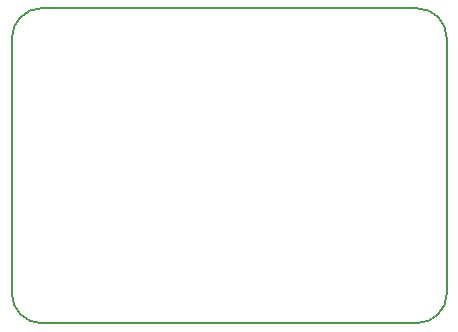
<source format=gbr>
G04 #@! TF.GenerationSoftware,KiCad,Pcbnew,5.0.0*
G04 #@! TF.CreationDate,2018-10-17T16:46:10-04:00*
G04 #@! TF.ProjectId,led-board,6C65642D626F6172642E6B696361645F,rev?*
G04 #@! TF.SameCoordinates,PX7c25018PY6350ce0*
G04 #@! TF.FileFunction,Profile,NP*
%FSLAX46Y46*%
G04 Gerber Fmt 4.6, Leading zero omitted, Abs format (unit mm)*
G04 Created by KiCad (PCBNEW 5.0.0) date Wed Oct 17 16:46:10 2018*
%MOMM*%
%LPD*%
G01*
G04 APERTURE LIST*
%ADD10C,0.150000*%
G04 APERTURE END LIST*
D10*
X34290000Y26670000D02*
G75*
G02X36830000Y24130000I0J-2540000D01*
G01*
X0Y24130000D02*
G75*
G02X2540000Y26670000I2540000J0D01*
G01*
X2540000Y0D02*
G75*
G02X0Y2540000I0J2540000D01*
G01*
X36830000Y2540000D02*
G75*
G02X34290000Y0I-2540000J0D01*
G01*
X0Y2540000D02*
X0Y24130000D01*
X34290000Y0D02*
X2540000Y0D01*
X36830000Y24130000D02*
X36830000Y2540000D01*
X2540000Y26670000D02*
X34290000Y26670000D01*
M02*

</source>
